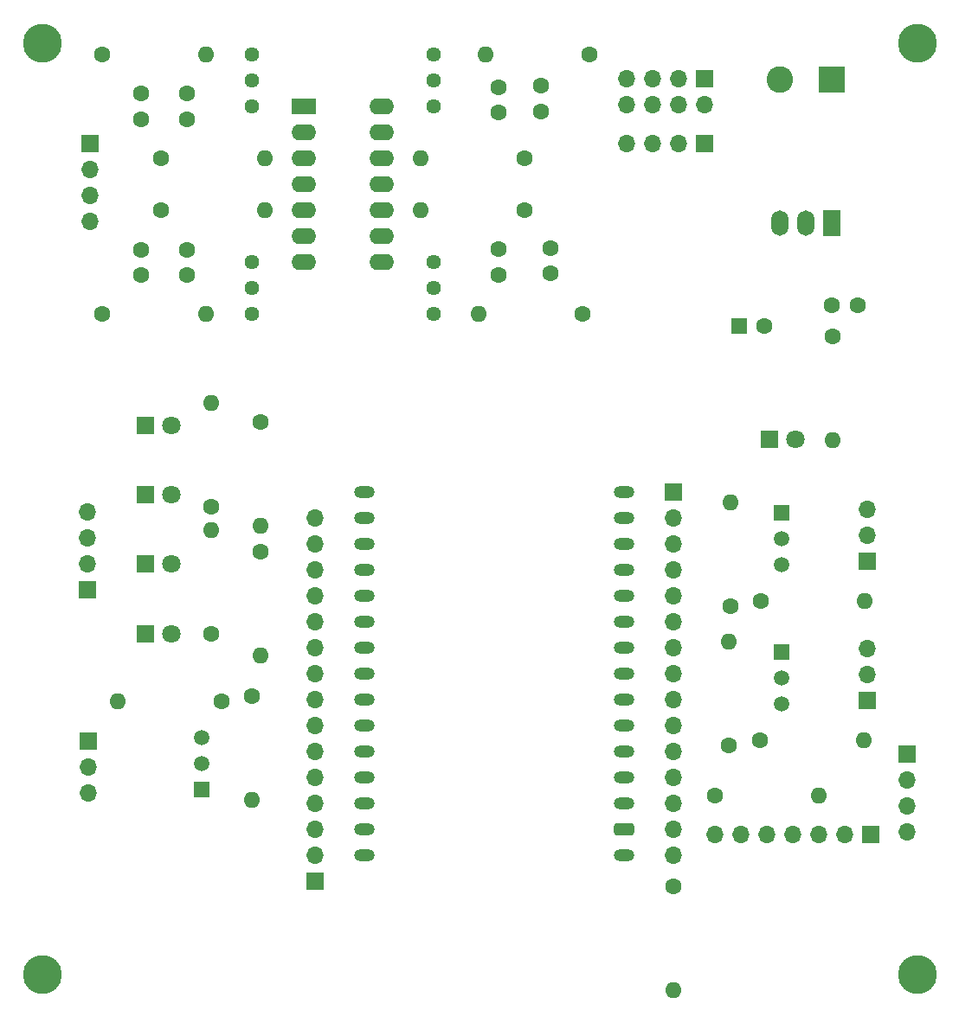
<source format=gbr>
%TF.GenerationSoftware,KiCad,Pcbnew,(6.0.6)*%
%TF.CreationDate,2022-09-23T16:31:56-07:00*%
%TF.ProjectId,SCRAPPY_PCB,53435241-5050-4595-9f50-43422e6b6963,R-0*%
%TF.SameCoordinates,Original*%
%TF.FileFunction,Soldermask,Top*%
%TF.FilePolarity,Negative*%
%FSLAX46Y46*%
G04 Gerber Fmt 4.6, Leading zero omitted, Abs format (unit mm)*
G04 Created by KiCad (PCBNEW (6.0.6)) date 2022-09-23 16:31:56*
%MOMM*%
%LPD*%
G01*
G04 APERTURE LIST*
G04 Aperture macros list*
%AMRoundRect*
0 Rectangle with rounded corners*
0 $1 Rounding radius*
0 $2 $3 $4 $5 $6 $7 $8 $9 X,Y pos of 4 corners*
0 Add a 4 corners polygon primitive as box body*
4,1,4,$2,$3,$4,$5,$6,$7,$8,$9,$2,$3,0*
0 Add four circle primitives for the rounded corners*
1,1,$1+$1,$2,$3*
1,1,$1+$1,$4,$5*
1,1,$1+$1,$6,$7*
1,1,$1+$1,$8,$9*
0 Add four rect primitives between the rounded corners*
20,1,$1+$1,$2,$3,$4,$5,0*
20,1,$1+$1,$4,$5,$6,$7,0*
20,1,$1+$1,$6,$7,$8,$9,0*
20,1,$1+$1,$8,$9,$2,$3,0*%
G04 Aperture macros list end*
%ADD10R,2.400000X1.600000*%
%ADD11O,2.400000X1.600000*%
%ADD12C,1.600000*%
%ADD13O,1.600000X1.600000*%
%ADD14R,1.500000X1.500000*%
%ADD15C,1.500000*%
%ADD16R,1.700000X1.700000*%
%ADD17O,1.700000X1.700000*%
%ADD18O,2.000000X1.200000*%
%ADD19RoundRect,0.300000X-0.700000X0.300000X-0.700000X-0.300000X0.700000X-0.300000X0.700000X0.300000X0*%
%ADD20R,1.800000X1.800000*%
%ADD21C,1.800000*%
%ADD22R,1.700000X2.500000*%
%ADD23O,1.700000X2.500000*%
%ADD24C,3.800000*%
%ADD25C,1.440000*%
%ADD26R,1.600000X1.600000*%
%ADD27R,2.600000X2.600000*%
%ADD28C,2.600000*%
G04 APERTURE END LIST*
D10*
%TO.C,U1*%
X76878300Y-58483700D03*
D11*
X76878300Y-61023700D03*
X76878300Y-63563700D03*
X76878300Y-66103700D03*
X76878300Y-68643700D03*
X76878300Y-71183700D03*
X76878300Y-73723700D03*
X84498300Y-73723700D03*
X84498300Y-71183700D03*
X84498300Y-68643700D03*
X84498300Y-66103700D03*
X84498300Y-63563700D03*
X84498300Y-61023700D03*
X84498300Y-58483700D03*
%TD*%
D12*
%TO.C,C3*%
X100119300Y-56451700D03*
X100119300Y-58951700D03*
%TD*%
%TO.C,R8*%
X98468300Y-63563700D03*
D13*
X88308300Y-63563700D03*
%TD*%
D14*
%TO.C,Q3*%
X66929000Y-125349000D03*
D15*
X66929000Y-122809000D03*
X66929000Y-120269000D03*
%TD*%
D12*
%TO.C,R4*%
X57193300Y-78803700D03*
D13*
X67353300Y-78803700D03*
%TD*%
D16*
%TO.C,J5*%
X55753000Y-105791000D03*
D17*
X55753000Y-103251000D03*
X55753000Y-100711000D03*
X55753000Y-98171000D03*
%TD*%
D12*
%TO.C,R18*%
X118664400Y-107442000D03*
D13*
X118664400Y-97282000D03*
%TD*%
D18*
%TO.C,U3*%
X82826000Y-96234000D03*
X82802320Y-98774000D03*
X82802320Y-101314000D03*
X82802320Y-103854000D03*
X82802320Y-106394000D03*
X82802320Y-108934000D03*
X82802320Y-111474000D03*
X82802320Y-114014000D03*
X82802320Y-116554000D03*
X82802320Y-119094000D03*
X82802320Y-121634000D03*
X82806000Y-124174000D03*
X82806000Y-126714000D03*
X82806000Y-129256720D03*
X82806000Y-131796720D03*
X108202320Y-131794000D03*
D19*
X108206000Y-129254000D03*
D18*
X108206000Y-126716720D03*
X108206000Y-124176720D03*
X108206000Y-121634000D03*
X108206000Y-119094000D03*
X108206000Y-116554000D03*
X108206000Y-114014000D03*
X108206000Y-111474000D03*
X108206000Y-108934000D03*
X108202320Y-106394000D03*
X108202320Y-103854000D03*
X108202320Y-101314000D03*
X108202320Y-98774000D03*
X108202320Y-96234000D03*
%TD*%
D20*
%TO.C,D1*%
X61386800Y-89738200D03*
D21*
X63926800Y-89738200D03*
%TD*%
D12*
%TO.C,C5*%
X61003300Y-74993700D03*
X61003300Y-72493700D03*
%TD*%
%TO.C,C4*%
X95928300Y-56598700D03*
X95928300Y-59098700D03*
%TD*%
%TO.C,R14*%
X117094000Y-125984000D03*
D13*
X127254000Y-125984000D03*
%TD*%
D20*
%TO.C,D2*%
X61386800Y-110134400D03*
D21*
X63926800Y-110134400D03*
%TD*%
D22*
%TO.C,U2*%
X128557700Y-69893500D03*
D23*
X126017700Y-69893500D03*
X123477700Y-69893500D03*
%TD*%
D12*
%TO.C,R13*%
X113030000Y-134874000D03*
D13*
X113030000Y-145034000D03*
%TD*%
D24*
%TO.C,H3*%
X51308000Y-143510000D03*
%TD*%
D16*
%TO.C,J10*%
X131978400Y-116636800D03*
D17*
X131978400Y-114096800D03*
X131978400Y-111556800D03*
%TD*%
D12*
%TO.C,R9*%
X67818000Y-97663000D03*
D13*
X67818000Y-87503000D03*
%TD*%
D24*
%TO.C,H2*%
X136906000Y-52324000D03*
%TD*%
D25*
%TO.C,RV4*%
X89578300Y-78803700D03*
X89578300Y-76263700D03*
X89578300Y-73723700D03*
%TD*%
D16*
%TO.C,J2*%
X116118800Y-62077600D03*
D17*
X113578800Y-62077600D03*
X111038800Y-62077600D03*
X108498800Y-62077600D03*
%TD*%
D14*
%TO.C,Q1*%
X123592000Y-111861600D03*
D15*
X123592000Y-114401600D03*
X123592000Y-116941600D03*
%TD*%
D20*
%TO.C,D3*%
X61391800Y-96494600D03*
D21*
X63931800Y-96494600D03*
%TD*%
D12*
%TO.C,R15*%
X71776000Y-116255800D03*
D13*
X71776000Y-126415800D03*
%TD*%
D12*
%TO.C,R1*%
X57193300Y-53403700D03*
D13*
X67353300Y-53403700D03*
%TD*%
D16*
%TO.C,J7*%
X131978400Y-103022400D03*
D17*
X131978400Y-100482400D03*
X131978400Y-97942400D03*
%TD*%
D12*
%TO.C,R20*%
X118470000Y-121031000D03*
D13*
X118470000Y-110871000D03*
%TD*%
D12*
%TO.C,R11*%
X72644000Y-102108000D03*
D13*
X72644000Y-112268000D03*
%TD*%
D12*
%TO.C,R21*%
X128625600Y-80975200D03*
D13*
X128625600Y-91135200D03*
%TD*%
D12*
%TO.C,R3*%
X62908300Y-63563700D03*
D13*
X73068300Y-63563700D03*
%TD*%
D25*
%TO.C,RV2*%
X89578300Y-53393700D03*
X89578300Y-55933700D03*
X89578300Y-58473700D03*
%TD*%
D12*
%TO.C,C2*%
X65448300Y-57213700D03*
X65448300Y-59713700D03*
%TD*%
D16*
%TO.C,DISP1*%
X132339000Y-129737000D03*
D17*
X129799000Y-129737000D03*
X127259000Y-129737000D03*
X124719000Y-129737000D03*
X122179000Y-129737000D03*
X119639000Y-129737000D03*
X117099000Y-129737000D03*
%TD*%
D26*
%TO.C,C10*%
X119467621Y-80010000D03*
D12*
X121967621Y-80010000D03*
%TD*%
D16*
%TO.C,J6*%
X113030000Y-96266000D03*
D17*
X113030000Y-98806000D03*
X113030000Y-101346000D03*
X113030000Y-103886000D03*
X113030000Y-106426000D03*
X113030000Y-108966000D03*
X113030000Y-111506000D03*
X113030000Y-114046000D03*
X113030000Y-116586000D03*
X113030000Y-119126000D03*
X113030000Y-121666000D03*
X113030000Y-124206000D03*
X113030000Y-126746000D03*
X113030000Y-129286000D03*
X113030000Y-131826000D03*
%TD*%
D12*
%TO.C,R19*%
X121518000Y-120523000D03*
D13*
X131678000Y-120523000D03*
%TD*%
D25*
%TO.C,RV3*%
X71798300Y-78803700D03*
X71798300Y-76263700D03*
X71798300Y-73723700D03*
%TD*%
D27*
%TO.C,J4*%
X128524000Y-55829000D03*
D28*
X123444000Y-55829000D03*
%TD*%
D12*
%TO.C,C6*%
X65448300Y-74993700D03*
X65448300Y-72493700D03*
%TD*%
D16*
%TO.C,J3*%
X116118800Y-55722600D03*
D17*
X116118800Y-58262600D03*
X113578800Y-55722600D03*
X113578800Y-58262600D03*
X111038800Y-55722600D03*
X111038800Y-58262600D03*
X108498800Y-55722600D03*
X108498800Y-58262600D03*
%TD*%
D24*
%TO.C,H1*%
X51308000Y-52324000D03*
%TD*%
D16*
%TO.C,J1*%
X55938700Y-62146300D03*
D17*
X55938700Y-64686300D03*
X55938700Y-67226300D03*
X55938700Y-69766300D03*
%TD*%
D12*
%TO.C,R10*%
X72644000Y-89408000D03*
D13*
X72644000Y-99568000D03*
%TD*%
D12*
%TO.C,R2*%
X104818300Y-53403700D03*
D13*
X94658300Y-53403700D03*
%TD*%
D12*
%TO.C,R6*%
X104183300Y-78803700D03*
D13*
X94023300Y-78803700D03*
%TD*%
D12*
%TO.C,R16*%
X68855000Y-116763800D03*
D13*
X58695000Y-116763800D03*
%TD*%
D12*
%TO.C,R7*%
X98468300Y-68643700D03*
D13*
X88308300Y-68643700D03*
%TD*%
D16*
%TO.C,J11*%
X135940800Y-121904600D03*
D17*
X135940800Y-124444600D03*
X135940800Y-126984600D03*
X135940800Y-129524600D03*
%TD*%
D20*
%TO.C,D4*%
X61386800Y-103301800D03*
D21*
X63926800Y-103301800D03*
%TD*%
D12*
%TO.C,C1*%
X61003300Y-57233700D03*
X61003300Y-59733700D03*
%TD*%
D24*
%TO.C,H4*%
X136906000Y-143510000D03*
%TD*%
D12*
%TO.C,R17*%
X121610800Y-106934000D03*
D13*
X131770800Y-106934000D03*
%TD*%
D16*
%TO.C,J9*%
X77953000Y-134336000D03*
D17*
X77953000Y-131796000D03*
X77953000Y-129256000D03*
X77953000Y-126716000D03*
X77953000Y-124176000D03*
X77953000Y-121636000D03*
X77953000Y-119096000D03*
X77953000Y-116556000D03*
X77953000Y-114016000D03*
X77953000Y-111476000D03*
X77953000Y-108936000D03*
X77953000Y-106396000D03*
X77953000Y-103856000D03*
X77953000Y-101316000D03*
X77953000Y-98776000D03*
%TD*%
D12*
%TO.C,C9*%
X131064000Y-77978000D03*
X128564000Y-77978000D03*
%TD*%
D14*
%TO.C,Q2*%
X123592000Y-98298000D03*
D15*
X123592000Y-100838000D03*
X123592000Y-103378000D03*
%TD*%
D25*
%TO.C,RV1*%
X71798300Y-53403700D03*
X71798300Y-55943700D03*
X71798300Y-58483700D03*
%TD*%
D20*
%TO.C,D5*%
X122478800Y-91084400D03*
D21*
X125018800Y-91084400D03*
%TD*%
D12*
%TO.C,C7*%
X95928300Y-74973700D03*
X95928300Y-72473700D03*
%TD*%
%TO.C,C8*%
X101049100Y-74826300D03*
X101049100Y-72326300D03*
%TD*%
%TO.C,R5*%
X62908300Y-68643700D03*
D13*
X73068300Y-68643700D03*
%TD*%
D16*
%TO.C,J8*%
X55801600Y-120599200D03*
D17*
X55801600Y-123139200D03*
X55801600Y-125679200D03*
%TD*%
D12*
%TO.C,R12*%
X67818000Y-110109000D03*
D13*
X67818000Y-99949000D03*
%TD*%
M02*

</source>
